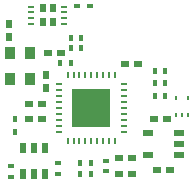
<source format=gtp>
G04 #@! TF.FileFunction,Paste,Top*
%FSLAX46Y46*%
G04 Gerber Fmt 4.6, Leading zero omitted, Abs format (unit mm)*
G04 Created by KiCad (PCBNEW 4.0.7) date 2018. July 04., Wednesday 00:12:24*
%MOMM*%
%LPD*%
G01*
G04 APERTURE LIST*
%ADD10C,0.150000*%
%ADD11R,0.320000X0.480000*%
%ADD12R,0.480000X0.320000*%
%ADD13R,0.400000X0.480000*%
%ADD14R,0.560000X0.200000*%
%ADD15R,0.498000X0.714000*%
%ADD16R,0.520000X0.848000*%
%ADD17R,0.480000X0.400000*%
%ADD18R,0.240000X0.360000*%
%ADD19R,0.640080X0.558800*%
%ADD20R,0.959104X0.495808*%
%ADD21R,0.955040X1.117600*%
%ADD22R,0.558800X0.640080*%
%ADD23R,0.599440X0.239776*%
%ADD24R,0.239776X0.599440*%
%ADD25R,3.279648X3.279648*%
G04 APERTURE END LIST*
D10*
D11*
X-5174400Y-6007100D03*
X-4274400Y-6007100D03*
D12*
X-2997200Y-6711100D03*
X-2997200Y-5811100D03*
D11*
X-5174400Y-6921500D03*
X-4274400Y-6921500D03*
X-6001600Y2476500D03*
X-6901600Y2476500D03*
X1124800Y800100D03*
X2024800Y800100D03*
X1124800Y1816100D03*
X2024800Y1816100D03*
X1124800Y-317500D03*
X2024800Y-317500D03*
D12*
X-11074400Y-6268300D03*
X-11074400Y-7168300D03*
X-7112000Y-6914300D03*
X-7112000Y-6014300D03*
D11*
X-5087200Y4610100D03*
X-5987200Y4610100D03*
X-5087200Y3695700D03*
X-5987200Y3695700D03*
D13*
X-10718800Y-3407500D03*
X-10718800Y-2307500D03*
D14*
X-9324800Y7239700D03*
X-9324800Y6739700D03*
X-9324800Y6239700D03*
X-9324800Y5739700D03*
X-6524800Y5739700D03*
X-6524800Y6239700D03*
X-6524800Y6739700D03*
X-6524800Y7239700D03*
D15*
X-7509800Y5894700D03*
X-7509800Y7084700D03*
X-8339800Y5894700D03*
X-8339800Y7084700D03*
D16*
X-10043200Y-6903900D03*
X-9093200Y-6903900D03*
X-8143200Y-6903900D03*
X-8143200Y-4703900D03*
X-10043200Y-4703900D03*
X-9093200Y-4703900D03*
D17*
X-4326800Y7251700D03*
X-5426800Y7251700D03*
D18*
X2903600Y-1931900D03*
X3903600Y-1931900D03*
X2903600Y-531900D03*
X3403600Y-1931900D03*
X3903600Y-531900D03*
D19*
X2377440Y-6616700D03*
X1280160Y-6616700D03*
X-1897380Y-5549900D03*
X-800100Y-5549900D03*
D20*
X3159760Y-5331460D03*
X3159760Y-4381500D03*
X3159760Y-3431540D03*
X523240Y-3431540D03*
X523240Y-5331460D03*
D21*
X-11112500Y3271520D03*
X-9410700Y3271520D03*
X-9410700Y1071880D03*
X-11112500Y1071880D03*
D19*
X-8442960Y-977900D03*
X-9540240Y-977900D03*
D22*
X-8128000Y363220D03*
X-8128000Y1460500D03*
D19*
X-6817360Y3340100D03*
X-7914640Y3340100D03*
X-8442960Y-2247900D03*
X-9540240Y-2247900D03*
D22*
X-11226800Y4671060D03*
X-11226800Y5768340D03*
D19*
X-800100Y-6949440D03*
X-1897380Y-6949440D03*
X-314960Y2374900D03*
X-1412240Y2374900D03*
X1026160Y-2298700D03*
X2123440Y-2298700D03*
D23*
X-7025640Y652780D03*
X-7025640Y152400D03*
X-7025640Y-347980D03*
X-7025640Y-848360D03*
X-7025640Y-1348740D03*
X-7025640Y-1849120D03*
X-7025640Y-2349500D03*
X-7025640Y-2849880D03*
X-7025640Y-3350260D03*
D24*
X-6250940Y-4124960D03*
X-5750560Y-4124960D03*
X-5250180Y-4124960D03*
X-4749800Y-4124960D03*
X-4249420Y-4124960D03*
X-3749040Y-4124960D03*
X-3248660Y-4124960D03*
X-2748280Y-4124960D03*
X-2247900Y-4124960D03*
D23*
X-1473200Y-3350260D03*
X-1473200Y-2849880D03*
X-1473200Y-2349500D03*
X-1473200Y-1849120D03*
X-1473200Y-1348740D03*
X-1473200Y-848360D03*
X-1473200Y-347980D03*
X-1473200Y152400D03*
X-1473200Y652780D03*
D24*
X-2247900Y1427480D03*
X-2748280Y1427480D03*
X-3248660Y1427480D03*
X-3749040Y1427480D03*
X-4249420Y1427480D03*
X-4749800Y1427480D03*
X-5250180Y1427480D03*
X-5750560Y1427480D03*
X-6250940Y1427480D03*
D25*
X-4249420Y-1348740D03*
M02*

</source>
